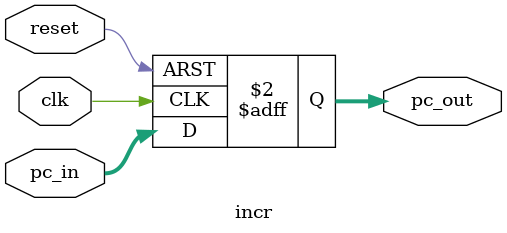
<source format=v>
module incr (
    input clk,
    input reset,
    input [31:0] pc_in,
    output reg [31:0] pc_out
);
    always @(posedge clk or posedge reset) begin
        if (reset)
            pc_out <= 32'b0;
        else
            pc_out <= pc_in;
    end
endmodule

</source>
